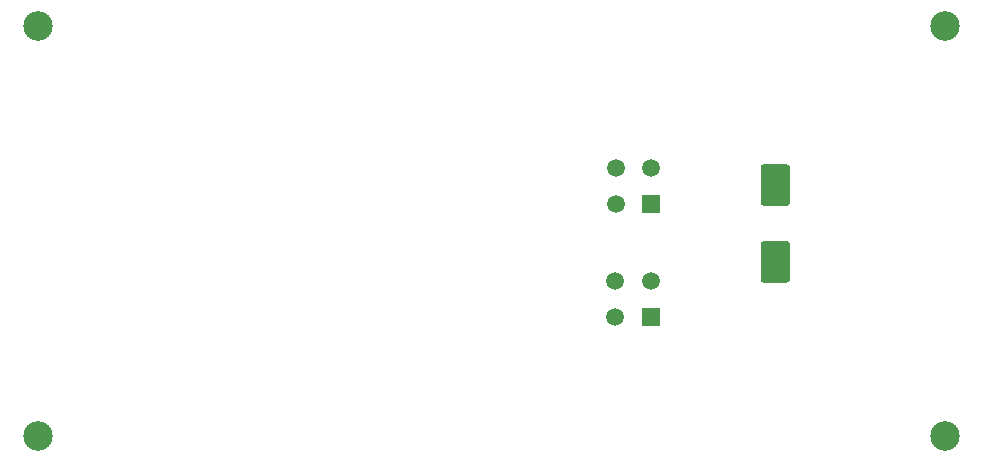
<source format=gbr>
G04 #@! TF.GenerationSoftware,KiCad,Pcbnew,(5.1.6)-1*
G04 #@! TF.CreationDate,2020-11-24T12:42:45+11:00*
G04 #@! TF.ProjectId,Caution_Light_Panel,43617574-696f-46e5-9f4c-696768745f50,rev?*
G04 #@! TF.SameCoordinates,Original*
G04 #@! TF.FileFunction,Soldermask,Bot*
G04 #@! TF.FilePolarity,Negative*
%FSLAX46Y46*%
G04 Gerber Fmt 4.6, Leading zero omitted, Abs format (unit mm)*
G04 Created by KiCad (PCBNEW (5.1.6)-1) date 2020-11-24 12:42:45*
%MOMM*%
%LPD*%
G01*
G04 APERTURE LIST*
%ADD10C,1.520000*%
%ADD11R,1.520000X1.520000*%
%ADD12C,2.500000*%
G04 APERTURE END LIST*
D10*
X158061001Y-94234001D03*
X158061001Y-97234000D03*
X161061000Y-94234001D03*
D11*
X161061000Y-97234000D03*
D10*
X158112001Y-84658201D03*
X158112001Y-87658200D03*
X161112000Y-84658201D03*
D11*
X161112000Y-87658200D03*
G36*
G01*
X172602000Y-87830600D02*
X170602000Y-87830600D01*
G75*
G02*
X170352000Y-87580600I0J250000D01*
G01*
X170352000Y-84580600D01*
G75*
G02*
X170602000Y-84330600I250000J0D01*
G01*
X172602000Y-84330600D01*
G75*
G02*
X172852000Y-84580600I0J-250000D01*
G01*
X172852000Y-87580600D01*
G75*
G02*
X172602000Y-87830600I-250000J0D01*
G01*
G37*
G36*
G01*
X172602000Y-94330600D02*
X170602000Y-94330600D01*
G75*
G02*
X170352000Y-94080600I0J250000D01*
G01*
X170352000Y-91080600D01*
G75*
G02*
X170602000Y-90830600I250000J0D01*
G01*
X172602000Y-90830600D01*
G75*
G02*
X172852000Y-91080600I0J-250000D01*
G01*
X172852000Y-94080600D01*
G75*
G02*
X172602000Y-94330600I-250000J0D01*
G01*
G37*
D12*
X109195000Y-72600400D03*
X185995000Y-72600400D03*
X109195000Y-107340000D03*
X185995000Y-107340000D03*
M02*

</source>
